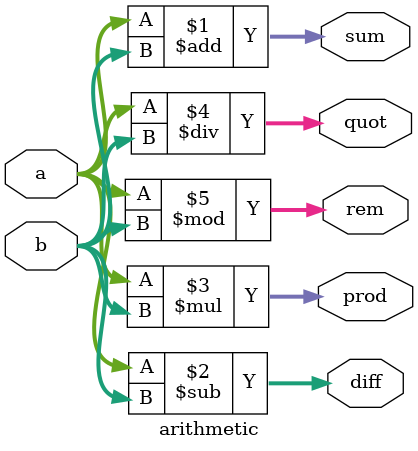
<source format=v>
module arithmetic (
    a,
    b,
    sum,
    diff,
    prod,
    quot,
    rem
);
    input [3:0] a, b;
    output [3:0] diff, rem, quot;
    output [4:0] sum;
    output [7:0] prod;

    assign sum  = a + b;
    assign diff = a - b;
    assign prod = a * b;
    assign quot = a / b;
    assign rem  = a % b;

endmodule

</source>
